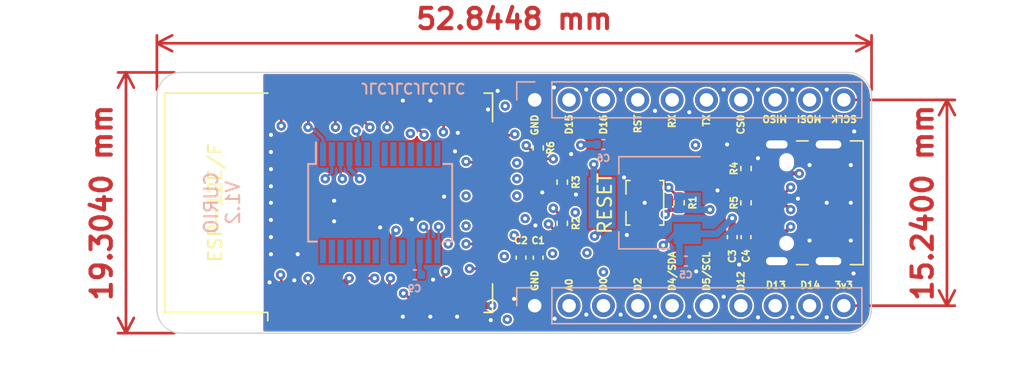
<source format=kicad_pcb>
(kicad_pcb (version 20221018) (generator pcbnew)
  (layers (0 "F.Cu" signal) (1 "In1.Cu" signal) (2 "In2.Cu" signal) (31 "B.Cu" signal) (34 "B.Paste" user) (35 "F.Paste" user) (36 "B.SilkS" user "B.Silkscreen") (37 "F.SilkS" user "F.Silkscreen") (38 "B.Mask" user) (39 "F.Mask" user) (44 "Edge.Cuts" user))
  (net 0 "")
  (net 1 "+5V")
  (net 2 "/CC1")
  (net 4 "CS0")
  (net 12 "USBD+")
  (net 13 "USBD-")
  (net 22 "DTR")
  (net 23 "RTS")
  (net 24 "GPIO16")
  (net 25 "GPIO14")
  (net 26 "+3V3")
  (net 27 "GPIO12")
  (net 28 "GPIO13")
  (net 29 "GPIO15")
  (net 30 "GPIO4")
  (net 31 "MISO")
  (net 32 "MOSI")
  (net 35 "SCLK")
  (net 36 "GND")
  (net 37 "GPIO5")
  (net 39 "/CC2")
  (net 41 "GPIO2")
  (net 42 "TX")
  (net 43 "RX")
  (net 44 "/VCCD")
  (net 45 "A0")
  (net 46 "/ADC")
  (footprint "RF_Module:ESP-12E" (layer "F.Cu") (at 156.972 77.216 90)
    (fp_text reference "U3" hide)
    (fp_text value "ESP-12E")
    (fp_line (start -8.12 -12.12) (end 8.12 -12.12) (stroke (width 0.12)) (layer "F.SilkS"))
    (fp_line (start -8.12 -4.5) (end -8.73 -4.5) (stroke (width 0.12)) (layer "F.SilkS"))
    (fp_line (start -8.12 -4.5) (end -8.12 -12.12) (stroke (width 0.12)) (layer "F.SilkS"))
    (fp_line (start -8.12 12.12) (end -8.12 11.5) (stroke (width 0.12)) (layer "F.SilkS"))
    (fp_line (start -6 12.12) (end -8.12 12.12) (stroke (width 0.12)) (layer "F.SilkS"))
    (fp_line (start 8.12 -12.12) (end 8.12 -4.5) (stroke (width 0.12)) (layer "F.SilkS"))
    (fp_line (start 8.12 11.5) (end 8.12 12.12) (stroke (width 0.12)) (layer "F.SilkS"))
    (fp_line (start 8.12 12.12) (end 6 12.12) (stroke (width 0.12)) (layer "F.SilkS"))
    (pad "1" smd rect (at -7.6 -3.5 90) (size 2.5 1) (layers "F.Cu" "F.Paste" "F.Mask") (net 23 "RTS"))
    (pad "2" smd rect (at -7.6 -1.5 90) (size 2.5 1) (layers "F.Cu" "F.Paste" "F.Mask") (net 46 "/ADC"))
    (pad "3" smd rect (at -7.6 0.5 90) (size 2.5 1) (layers "F.Cu" "F.Paste" "F.Mask") (net 26 "+3V3"))
    (pad "4" smd rect (at -7.6 2.5 90) (size 2.5 1) (layers "F.Cu" "F.Paste" "F.Mask") (net 24 "GPIO16"))
    (pad "5" smd rect (at -7.6 4.5 90) (size 2.5 1) (layers "F.Cu" "F.Paste" "F.Mask") (net 25 "GPIO14"))
    (pad "6" smd rect (at -7.6 6.5 90) (size 2.5 1) (layers "F.Cu" "F.Paste" "F.Mask") (net 27 "GPIO12"))
    (pad "7" smd rect (at -7.6 8.5 90) (size 2.5 1) (layers "F.Cu" "F.Paste" "F.Mask") (net 28 "GPIO13"))
    (pad "8" smd rect (at -7.6 10.5 90) (size 2.5 1) (layers "F.Cu" "F.Paste" "F.Mask") (net 26 "+3V3"))
    (pad "9" smd rect (at -5 12 90) (size 1 1.8) (layers "F.Cu" "F.Paste" "F.Mask") (net 4 "CS0"))
    (pad "10" smd rect (at -3 12 90) (size 1 1.8) (layers "F.Cu" "F.Paste" "F.Mask") (net 31 "MISO"))
    (pad "11" smd rect (at -1 12 90) (size 1 1.8) (layers "F.Cu" "F.Paste" "F.Mask"))
    (pad "12" smd rect (at 1 12 90) (size 1 1.8) (layers "F.Cu" "F.Paste" "F.Mask"))
    (pad "13" smd rect (at 3 12 90) (size 1 1.8) (layers "F.Cu" "F.Paste" "F.Mask") (net 32 "MOSI"))
    (pad "14" smd rect (at 5 12 90) (size 1 1.8) (layers "F.Cu" "F.Paste" "F.Mask") (net 35 "SCLK"))
    (pad "15" smd rect (at 7.6 10.5 90) (size 2.5 1) (layers "F.Cu" "F.Paste" "F.Mask") (net 36 "GND"))
    (pad "16" smd rect (at 7.6 8.5 90) (size 2.5 1) (layers "F.Cu" "F.Paste" "F.Mask") (net 29 "GPIO15"))
    (pad "17" smd rect (at 7.6 6.5 90) (size 2.5 1) (layers "F.Cu" "F.Paste" "F.Mask") (net 41 "GPIO2"))
    (pad "18" smd rect (at 7.6 4.5 90) (size 2.5 1) (layers "F.Cu" "F.Paste" "F.Mask") (net 22 "DTR"))
    (pad "19" smd rect (at 7.6 2.5 90) (size 2.5 1) (layers "F.Cu" "F.Paste" "F.Mask") (net 30 "GPIO4"))
    (pad "20" smd rect (at 7.6 0.5 90) (size 2.5 1) (layers "F.Cu" "F.Paste" "F.Mask") (net 37 "GPIO5"))
    (pad "21" smd rect (at 7.6 -1.5 90) (size 2.5 1) (layers "F.Cu" "F.Paste" "F.Mask") (net 42 "TX"))
    (pad "22" smd rect (at 7.6 -3.5 90) (size 2.5 1) (layers "F.Cu" "F.Paste" "F.Mask") (net 43 "RX"))
    (zone (net 0) (net_name "") (layers "*.Cu") (connect_pads (clearance 0)) (min_thickness 0.254)
      (keepout (tracks not_allowed) (vias not_allowed) (pads not_allowed) (copperpour not_allowed) (footprints not_allowed))
      (fill (thermal_gap 0.508) (thermal_bridge_width 0.508))
      (polygon (pts (xy 152.172 85.336) (xy 152.172 69.096) (xy 144.852 69.096) (xy 144.852 85.336)))
    )
  )
  (footprint "Button_Switch_SMD:SW_SPST_B3U-1100P" (layer "F.Cu") (at 179.5272 77.216 -90)
    (fp_text reference "SW1" hide)
    (fp_text value "RST" hide)
    (fp_line (start -1.65 -2.22) (end 1.65 -2.22) (stroke (width 0.12)) (layer "F.SilkS"))
    (fp_line (start -1.65 -1.93) (end -1.65 -2.22) (stroke (width 0.12)) (layer "F.SilkS"))
    (fp_line (start -1.65 0.28) (end -1.65 0.57) (stroke (width 0.12)) (layer "F.SilkS"))
    (fp_line (start -1.65 0.57) (end -0.65 0.57) (stroke (width 0.12)) (layer "F.SilkS"))
    (fp_line (start 1.65 -2.22) (end 1.65 -1.93) (stroke (width 0.12)) (layer "F.SilkS"))
    (fp_line (start 1.65 0.57) (end 0.65 0.57) (stroke (width 0.12)) (layer "F.SilkS"))
    (fp_line (start 1.65 0.57) (end 1.65 0.28) (stroke (width 0.12)) (layer "F.SilkS"))
    (pad "1" smd rect (at -1.7 -0.82 270) (size 0.9 1.7) (layers "F.Cu" "F.Paste" "F.Mask") (net 23 "RTS"))
    (pad "2" smd rect (at 1.7 -0.82 270) (size 0.9 1.7) (layers "F.Cu" "F.Paste" "F.Mask") (net 36 "GND"))
    (pad "3" smd rect (at 0 0.82 270) (size 0.8 1.1) (layers "F.Cu" "F.Paste" "F.Mask"))
  )
  (footprint "Resistor_SMD:R_0402_1005Metric" (layer "F.Cu") (at 174.244 75.692 90)
    (fp_text reference "R3" (at 0 1.016 90) (layer "F.SilkS") (effects (font (size 0.5 0.5) (thickness 0.125))))
    (fp_text value "100k")
    (fp_line (start -0.153641 -0.38) (end 0.153641 -0.38) (stroke (width 0.12)) (layer "F.SilkS"))
    (fp_line (start -0.153641 0.38) (end 0.153641 0.38) (stroke (width 0.12)) (layer "F.SilkS"))
    (pad "1" smd roundrect (at -0.51 0 90) (size 0.54 0.64) (layers "F.Cu" "F.Paste" "F.Mask") (net 46 "/ADC"))
    (pad "2" smd roundrect (at 0.51 0 90) (size 0.54 0.64) (layers "F.Cu" "F.Paste" "F.Mask") (net 36 "GND"))
  )
  (footprint "Capacitor_SMD:C_0402_1005Metric" (layer "F.Cu") (at 171.196 81.28 -90)
    (fp_text reference "C2" (at -1.27 0) (layer "F.SilkS") (effects (font (size 0.5 0.5) (thickness 0.125))))
    (fp_text value "10u")
    (fp_line (start -0.107836 -0.36) (end 0.107836 -0.36) (stroke (width 0.12)) (layer "F.SilkS"))
    (fp_line (start -0.107836 0.36) (end 0.107836 0.36) (stroke (width 0.12)) (layer "F.SilkS"))
    (pad "1" smd roundrect (at -0.48 0 270) (size 0.56 0.62) (layers "F.Cu" "F.Paste" "F.Mask") (net 26 "+3V3"))
    (pad "2" smd roundrect (at 0.48 0 270) (size 0.56 0.62) (layers "F.Cu" "F.Paste" "F.Mask") (net 36 "GND"))
  )
  (footprint "Resistor_SMD:R_0402_1005Metric" (layer "F.Cu") (at 172.466 73.152 90)
    (fp_text reference "R6" (at 0 0.9144 90) (layer "F.SilkS") (effects (font (size 0.5 0.5) (thickness 0.125))))
    (fp_text value "1k")
    (fp_line (start -0.153641 -0.38) (end 0.153641 -0.38) (stroke (width 0.12)) (layer "F.SilkS"))
    (fp_line (start -0.153641 0.38) (end 0.153641 0.38) (stroke (width 0.12)) (layer "F.SilkS"))
    (pad "1" smd roundrect (at -0.51 0 90) (size 0.54 0.64) (layers "F.Cu" "F.Paste" "F.Mask") (net 29 "GPIO15"))
    (pad "2" smd roundrect (at 0.51 0 90) (size 0.54 0.64) (layers "F.Cu" "F.Paste" "F.Mask") (net 36 "GND"))
  )
  (footprint "Resistor_SMD:R_0402_1005Metric" (layer "F.Cu") (at 182.88 77.216 90)
    (fp_text reference "R1" (at 0 1.016 90) (layer "F.SilkS") (effects (font (size 0.5 0.5) (thickness 0.125))))
    (fp_text value "1k")
    (fp_line (start -0.153641 -0.38) (end 0.153641 -0.38) (stroke (width 0.12)) (layer "F.SilkS"))
    (fp_line (start -0.153641 0.38) (end 0.153641 0.38) (stroke (width 0.12)) (layer "F.SilkS"))
    (pad "1" smd roundrect (at -0.51 0 90) (size 0.54 0.64) (layers "F.Cu" "F.Paste" "F.Mask") (net 26 "+3V3"))
    (pad "2" smd roundrect (at 0.51 0 90) (size 0.54 0.64) (layers "F.Cu" "F.Paste" "F.Mask") (net 23 "RTS"))
  )
  (footprint "Resistor_SMD:R_0402_1005Metric" (layer "F.Cu") (at 187.833 74.676 90)
    (fp_text reference "R4" (at 0 -0.889 90) (layer "F.SilkS") (effects (font (size 0.5 0.5) (thickness 0.125))))
    (fp_text value "5k1")
    (fp_line (start -0.153641 -0.38) (end 0.153641 -0.38) (stroke (width 0.12)) (layer "F.SilkS"))
    (fp_line (start -0.153641 0.38) (end 0.153641 0.38) (stroke (width 0.12)) (layer "F.SilkS"))
    (pad "1" smd roundrect (at -0.51 0 90) (size 0.54 0.64) (layers "F.Cu" "F.Paste" "F.Mask") (net 39 "/CC2"))
    (pad "2" smd roundrect (at 0.51 0 90) (size 0.54 0.64) (layers "F.Cu" "F.Paste" "F.Mask") (net 36 "GND"))
  )
  (footprint "Connector_USB:USB_C_Receptacle_JAE_DX07S016JA1R1500" (layer "F.Cu") (at 192.786 77.216 90)
    (fp_text reference "J1" hide)
    (fp_text value "USB_C_Receptacle_USB2.0")
    (fp_line (start -4.58 -1.215) (end -4.58 -0.36) (stroke (width 0.12)) (layer "F.SilkS"))
    (fp_line (start -4.58 2.76) (end -4.58 3.71) (stroke (width 0.12)) (layer "F.SilkS"))
    (fp_line (start -4.58 3.71) (end 4.58 3.71) (stroke (width 0.12)) (layer "F.SilkS"))
    (fp_line (start 4.58 -1.215) (end 4.58 -0.36) (stroke (width 0.12)) (layer "F.SilkS"))
    (fp_line (start 4.58 2.76) (end 4.58 3.71) (stroke (width 0.12)) (layer "F.SilkS"))
    (pad "" np_thru_hole circle (at -3 -1.95 90) (size 0.6 0.6) (drill 0.6) (layers "F&B.Cu" "*.Mask"))
    (pad "" smd rect (at -1.4 1.15 90) (size 1 2) (layers "F.Cu" "F.Paste" "F.Mask"))
    (pad "" smd rect (at 1.4 1.15 90) (size 1 2) (layers "F.Cu" "F.Paste" "F.Mask"))
    (pad "" np_thru_hole oval (at 3 -1.95 90) (size 0.85 0.6) (drill oval 0.85 0.6) (layers "F&B.Cu" "*.Mask"))
    (pad "A1" smd rect (at -3.1 -3.05 90) (size 0.52 1) (layers "F.Cu" "F.Paste" "F.Mask") (net 36 "GND"))
    (pad "A4" smd rect (at -2.35 -3.05 90) (size 0.52 1) (layers "F.Cu" "F.Paste" "F.Mask") (net 1 "+5V"))
    (pad "A5" smd rect (at -1.75 -3.05 90) (size 0.27 1) (layers "F.Cu" "F.Paste" "F.Mask") (net 2 "/CC1"))
    (pad "A6" smd rect (at -0.25 -3.05 90) (size 0.27 1) (layers "F.Cu" "F.Paste" "F.Mask") (net 12 "USBD+"))
    (pad "A7" smd rect (at 0.75 -3.05 90) (size 0.27 1) (layers "F.Cu" "F.Paste" "F.Mask") (net 13 "USBD-"))
    (pad "A8" smd rect (at 1.75 -3.05 90) (size 0.27 1) (layers "F.Cu" "F.Paste" "F.Mask"))
    (pad "A9" smd rect (at 2.35 -3.05 90) (size 0.52 1) (layers "F.Cu" "F.Paste" "F.Mask") (net 1 "+5V"))
    (pad "A12" smd rect (at 3.1 -3.05 90) (size 0.52 1) (layers "F.Cu" "F.Paste" "F.Mask") (net 36 "GND"))
    (pad "B1" smd rect (at 3.1 -3.05 90) (size 0.52 1) (layers "F.Cu" "F.Paste" "F.Mask") (net 36 "GND"))
    (pad "B4" smd rect (at 2.35 -3.05 90) (size 0.52 1) (layers "F.Cu" "F.Paste" "F.Mask") (net 1 "+5V"))
    (pad "B5" smd rect (at 1.25 -3.05 90) (size 0.27 1) (layers "F.Cu" "F.Paste" "F.Mask") (net 39 "/CC2"))
    (pad "B6" smd rect (at 0.25 -3.05 90) (size 0.27 1) (layers "F.Cu" "F.Paste" "F.Mask") (net 12 "USBD+"))
    (pad "B7" smd rect (at -0.75 -3.05 90) (size 0.27 1) (layers "F.Cu" "F.Paste" "F.Mask") (net 13 "USBD-"))
    (pad "B8" smd rect (at -1.25 -3.05 90) (size 0.27 1) (layers "F.Cu" "F.Paste" "F.Mask"))
    (pad "B9" smd rect (at -2.35 -3.05 90) (size 0.52 1) (layers "F.Cu" "F.Paste" "F.Mask") (net 1 "+5V"))
    (pad "B12" smd rect (at -3.1 -3.05 90) (size 0.52 1) (layers "F.Cu" "F.Paste" "F.Mask") (net 36 "GND"))
    (pad "S1" thru_hole oval (at -4.32 -2.675 90) (size 1.3 2.3) (drill oval 0.6 1.6) (layers "*.Cu" "*.Mask") (net 36 "GND"))
    (pad "S1" thru_hole oval (at -4.32 1.15 90) (size 1.3 2.6) (drill oval 0.6 1.9) (layers "*.Cu" "*.Mask") (net 36 "GND"))
    (pad "S1" thru_hole oval (at 4.32 -2.675 90) (size 1.3 2.3) (drill oval 0.6 1.6) (layers "*.Cu" "*.Mask") (net 36 "GND"))
    (pad "S1" thru_hole oval (at 4.32 1.15 90) (size 1.3 2.6) (drill oval 0.6 1.9) (layers "*.Cu" "*.Mask") (net 36 "GND"))
  )
  (footprint "Capacitor_SMD:C_0402_1005Metric" (layer "F.Cu") (at 172.466 81.28 -90)
    (fp_text reference "C1" (at -1.27 0) (layer "F.SilkS") (effects (font (size 0.5 0.5) (thickness 0.125))))
    (fp_text value "10n")
    (fp_line (start -0.107836 -0.36) (end 0.107836 -0.36) (stroke (width 0.12)) (layer "F.SilkS"))
    (fp_line (start -0.107836 0.36) (end 0.107836 0.36) (stroke (width 0.12)) (layer "F.SilkS"))
    (pad "1" smd roundrect (at -0.48 0 270) (size 0.56 0.62) (layers "F.Cu" "F.Paste" "F.Mask") (net 26 "+3V3"))
    (pad "2" smd roundrect (at 0.48 0 270) (size 0.56 0.62) (layers "F.Cu" "F.Paste" "F.Mask") (net 36 "GND"))
  )
  (footprint "Capacitor_SMD:C_0402_1005Metric" (layer "F.Cu") (at 187.833 79.756 -90)
    (fp_text reference "C4" (at 1.397 0 -270) (layer "F.SilkS") (effects (font (size 0.5 0.5) (thickness 0.125))))
    (fp_text value "0.1u")
    (fp_line (start -0.107836 -0.36) (end 0.107836 -0.36) (stroke (width 0.12)) (layer "F.SilkS"))
    (fp_line (start -0.107836 0.36) (end 0.107836 0.36) (stroke (width 0.12)) (layer "F.SilkS"))
    (pad "1" smd roundrect (at -0.48 0 270) (size 0.56 0.62) (layers "F.Cu" "F.Paste" "F.Mask") (net 1 "+5V"))
    (pad "2" smd roundrect (at 0.48 0 270) (size 0.56 0.62) (layers "F.Cu" "F.Paste" "F.Mask") (net 36 "GND"))
  )
  (footprint "Capacitor_SMD:C_0402_1005Metric" (layer "F.Cu") (at 186.817 79.756 -90)
    (fp_text reference "C3" (at 1.4224 0 -270) (layer "F.SilkS") (effects (font (size 0.5 0.5) (thickness 0.125))))
    (fp_text value "4.7u")
    (fp_line (start -0.107836 -0.36) (end 0.107836 -0.36) (stroke (width 0.12)) (layer "F.SilkS"))
    (fp_line (start -0.107836 0.36) (end 0.107836 0.36) (stroke (width 0.12)) (layer "F.SilkS"))
    (pad "1" smd roundrect (at -0.48 0 270) (size 0.56 0.62) (layers "F.Cu" "F.Paste" "F.Mask") (net 1 "+5V"))
    (pad "2" smd roundrect (at 0.48 0 270) (size 0.56 0.62) (layers "F.Cu" "F.Paste" "F.Mask") (net 36 "GND"))
  )
  (footprint "Resistor_SMD:R_0402_1005Metric" (layer "F.Cu") (at 174.244 78.74 90)
    (fp_text reference "R2" (at 0 1.016 90) (layer "F.SilkS") (effects (font (size 0.5 0.5) (thickness 0.125))))
    (fp_text value "220k")
    (fp_line (start -0.153641 -0.38) (end 0.153641 -0.38) (stroke (width 0.12)) (layer "F.SilkS"))
    (fp_line (start -0.153641 0.38) (end 0.153641 0.38) (stroke (width 0.12)) (layer "F.SilkS"))
    (pad "1" smd roundrect (at -0.51 0 90) (size 0.54 0.64) (layers "F.Cu" "F.Paste" "F.Mask") (net 45 "A0"))
    (pad "2" smd roundrect (at 0.51 0 90) (size 0.54 0.64) (layers "F.Cu" "F.Paste" "F.Mask") (net 46 "/ADC"))
  )
  (footprint "Resistor_SMD:R_0402_1005Metric" (layer "F.Cu") (at 187.833 77.216 90)
    (fp_text reference "R5" (at 0 -0.889 90) (layer "F.SilkS") (effects (font (size 0.5 0.5) (thickness 0.125))))
    (fp_text value "5k1")
    (fp_line (start -0.153641 -0.38) (end 0.153641 -0.38) (stroke (width 0.12)) (layer "F.SilkS"))
    (fp_line (start -0.153641 0.38) (end 0.153641 0.38) (stroke (width 0.12)) (layer "F.SilkS"))
    (pad "1" smd roundrect (at -0.51 0 90) (size 0.54 0.64) (layers "F.Cu" "F.Paste" "F.Mask") (net 2 "/CC1"))
    (pad "2" smd roundrect (at 0.51 0 90) (size 0.54 0.64) (layers "F.Cu" "F.Paste" "F.Mask") (net 36 "GND"))
  )
  (footprint "Package_TO_SOT_SMD:SOT-223-3_TabPin2" (layer "B.Cu") (at 180.34 77.216 180)
    (fp_text reference "U4" hide)
    (fp_text value "NCP1117-3.3_SOT223")
    (fp_line (start -4.1 3.41) (end 1.91 3.41) (stroke (width 0.12)) (layer "B.SilkS"))
    (fp_line (start -1.85 -3.41) (end 1.91 -3.41) (stroke (width 0.12)) (layer "B.SilkS"))
    (fp_line (start 1.91 -3.41) (end 1.91 -2.15) (stroke (width 0.12)) (layer "B.SilkS"))
    (fp_line (start 1.91 3.41) (end 1.91 2.15) (stroke (width 0.12)) (layer "B.SilkS"))
    (pad "1" smd rect (at -3.15 2.3 180) (size 2 1.5) (layers "B.Cu" "B.Paste" "B.Mask") (net 36 "GND"))
    (pad "2" smd rect (at -3.15 0 180) (size 2 1.5) (layers "B.Cu" "B.Paste" "B.Mask") (net 26 "+3V3"))
    (pad "2" smd rect (at 3.15 0 180) (size 2 3.8) (layers "B.Cu" "B.Paste" "B.Mask") (net 26 "+3V3"))
    (pad "3" smd rect (at -3.15 -2.3 180) (size 2 1.5) (layers "B.Cu" "B.Paste" "B.Mask") (net 1 "+5V"))
  )
  (footprint "Connector_PinHeader_2.54mm:PinHeader_1x10_P2.54mm_Vertical" (layer "B.Cu") (at 172.212 69.596 -90)
    (fp_text reference "J3" hide)
    (fp_text value "Conn_01x10")
    (fp_line (start -1.33 -24.19) (end 1.33 -24.19) (stroke (width 0.12)) (layer "B.SilkS"))
    (fp_line (start -1.33 -1.27) (end -1.33 -24.19) (stroke (width 0.12)) (layer "B.SilkS"))
    (fp_line (start -1.33 -1.27) (end 1.33 -1.27) (stroke (width 0.12)) (layer "B.SilkS"))
    (fp_line (start -1.33 0) (end -1.33 1.33) (stroke (width 0.12)) (layer "B.SilkS"))
    (fp_line (start -1.33 1.33) (end 0 1.33) (stroke (width 0.12)) (layer "B.SilkS"))
    (fp_line (start 1.33 -1.27) (end 1.33 -24.19) (stroke (width 0.12)) (layer "B.SilkS"))
    (pad "1" thru_hole rect (at 0 0 270) (size 1.7 1.7) (drill 1) (layers "*.Cu" "*.Mask") (net 36 "GND"))
    (pad "2" thru_hole oval (at 0 -2.54 270) (size 1.7 1.7) (drill 1) (layers "*.Cu" "*.Mask") (net 29 "GPIO15"))
    (pad "3" thru_hole oval (at 0 -5.08 270) (size 1.7 1.7) (drill 1) (layers "*.Cu" "*.Mask") (net 24 "GPIO16"))
    (pad "4" thru_hole oval (at 0 -7.62 270) (size 1.7 1.7) (drill 1) (layers "*.Cu" "*.Mask") (net 23 "RTS"))
    (pad "5" thru_hole oval (at 0 -10.16 270) (size 1.7 1.7) (drill 1) (layers "*.Cu" "*.Mask") (net 42 "TX"))
    (pad "6" thru_hole oval (at 0 -12.7 270) (size 1.7 1.7) (drill 1) (layers "*.Cu" "*.Mask") (net 43 "RX"))
    (pad "7" thru_hole oval (at 0 -15.24 270) (size 1.7 1.7) (drill 1) (layers "*.Cu" "*.Mask") (net 4 "CS0"))
    (pad "8" thru_hole oval (at 0 -17.78 270) (size 1.7 1.7) (drill 1) (layers "*.Cu" "*.Mask") (net 31 "MISO"))
    (pad "9" thru_hole oval (at 0 -20.32 270) (size 1.7 1.7) (drill 1) (layers "*.Cu" "*.Mask") (net 32 "MOSI"))
    (pad "10" thru_hole oval (at 0 -22.86 270) (size 1.7 1.7) (drill 1) (layers "*.Cu" "*.Mask") (net 35 "SCLK"))
  )
  (footprint "Connector_PinHeader_2.54mm:PinHeader_1x10_P2.54mm_Vertical" (layer "B.Cu") (at 172.212 84.836 -90)
    (fp_text reference "J2" hide)
    (fp_text value "Conn_01x10")
    (fp_line (start -1.33 -24.19) (end 1.33 -24.19) (stroke (width 0.12)) (layer "B.SilkS"))
    (fp_line (start -1.33 -1.27) (end -1.33 -24.19) (stroke (width 0.12)) (layer "B.SilkS"))
    (fp_line (start -1.33 -1.27) (end 1.33 -1.27) (stroke (width 0.12)) (layer "B.SilkS"))
    (fp_line (start -1.33 0) (end -1.33 1.33) (stroke (width 0.12)) (layer "B.SilkS"))
    (fp_line (start -1.33 1.33) (end 0 1.33) (stroke (width 0.12)) (layer "B.SilkS"))
    (fp_line (start 1.33 -1.27) (end 1.33 -24.19) (stroke (width 0.12)) (layer "B.SilkS"))
    (pad "1" thru_hole rect (at 0 0 270) (size 1.7 1.7) (drill 1) (layers "*.Cu" "*.Mask") (net 36 "GND"))
    (pad "2" thru_hole oval (at 0 -2.54 270) (size 1.7 1.7) (drill 1) (layers "*.Cu" "*.Mask") (net 45 "A0"))
    (pad "3" thru_hole oval (at 0 -5.08 270) (size 1.7 1.7) (drill 1) (layers "*.Cu" "*.Mask") (net 22 "DTR"))
    (pad "4" thru_hole oval (at 0 -7.62 270) (size 1.7 1.7) (drill 1) (layers "*.Cu" "*.Mask") (net 41 "GPIO2"))
    (pad "5" thru_hole oval (at 0 -10.16 270) (size 1.7 1.7) (drill 1) (layers "*.Cu" "*.Mask") (net 30 "GPIO4"))
    (pad "6" thru_hole oval (at 0 -12.7 270) (size 1.7 1.7) (drill 1) (layers "*.Cu" "*.Mask") (net 37 "GPIO5"))
    (pad "7" thru_hole oval (at 0 -15.24 270) (size 1.7 1.7) (drill 1) (layers "*.Cu" "*.Mask") (net 27 "GPIO12"))
    (pad "8" thru_hole oval (at 0 -17.78 270) (size 1.7 1.7) (drill 1) (layers "*.Cu" "*.Mask") (net 28 "GPIO13"))
    (pad "9" thru_hole oval (at 0 -20.32 270) (size 1.7 1.7) (drill 1) (layers "*.Cu" "*.Mask") (net 25 "GPIO14"))
    (pad "10" thru_hole oval (at 0 -22.86 270) (size 1.7 1.7) (drill 1) (layers "*.Cu" "*.Mask") (net 26 "+3V3"))
  )
  (footprint "Capacitor_SMD:C_0402_1005Metric" (layer "B.Cu") (at 163.35 82.55 180)
    (fp_text reference "C9" (at 0.028 -1.016) (layer "B.SilkS") (effects (font (size 0.5 0.5) (thickness 0.125)) (justify mirror)))
    (fp_text value "1u")
    (fp_line (start -0.107836 -0.36) (end 0.107836 -0.36) (stroke (width 0.12)) (layer "B.SilkS"))
    (fp_line (start -0.107836 0.36) (end 0.107836 0.36) (stroke (width 0.12)) (layer "B.SilkS"))
    (pad "1" smd roundrect (at -0.48 0 180) (size 0.56 0.62) (layers "B.Cu" "B.Paste" "B.Mask") (net 44 "/VCCD"))
    (pad "2" smd roundrect (at 0.48 0 180) (size 0.56 0.62) (layers "B.Cu" "B.Paste" "B.Mask") (net 36 "GND"))
  )
  (footprint "Capacitor_SMD:C_0402_1005Metric" (layer "B.Cu") (at 183.388 81.534)
    (fp_text reference "C5" (at 0 1.016) (layer "B.SilkS") (effects (font (size 0.5 0.5) (thickness 0.125)) (justify mirror)))
    (fp_text value "10u")
    (fp_line (start -0.107836 -0.36) (end 0.107836 -0.36) (stroke (width 0.12)) (layer "B.SilkS"))
    (fp_line (start -0.107836 0.36) (end 0.107836 0.36) (stroke (width 0.12)) (layer "B.SilkS"))
    (pad "1" smd roundrect (at -0.48 0) (size 0.56 0.62) (layers "B.Cu" "B.Paste" "B.Mask") (net 1 "+5V"))
    (pad "2" smd roundrect (at 0.48 0) (size 0.56 0.62) (layers "B.Cu" "B.Paste" "B.Mask") (net 36 "GND"))
  )
  (footprint "Capacitor_SMD:C_0402_1005Metric" (layer "B.Cu") (at 177.292 72.898)
    (fp_text reference "C6" (at 0 1.016) (layer "B.SilkS") (effects (font (size 0.5 0.5) (thickness 0.125)) (justify mirror)))
    (fp_text value "10u")
    (fp_line (start -0.107836 -0.36) (end 0.107836 -0.36) (stroke (width 0.12)) (layer "B.SilkS"))
    (fp_line (start -0.107836 0.36) (end 0.107836 0.36) (stroke (width 0.12)) (layer "B.SilkS"))
    (pad "1" smd roundrect (at -0.48 0) (size 0.56 0.62) (layers "B.Cu" "B.Paste" "B.Mask") (net 26 "+3V3"))
    (pad "2" smd roundrect (at 0.48 0) (size 0.56 0.62) (layers "B.Cu" "B.Paste" "B.Mask") (net 36 "GND"))
  )
  (footprint "Package_SO:SSOP-28_5.3x10.2mm_P0.65mm" (layer "B.Cu") (at 160.782 77.216 -90)
    (fp_text reference "U1" hide)
    (fp_text value "CY7C65213-28PVXI")
    (fp_line (start -2.875 -5.325) (end -2.875 -4.675) (stroke (width 0.15)) (layer "B.SilkS"))
    (fp_line (start -2.875 -5.325) (end 2.875 -5.325) (stroke (width 0.15)) (layer "B.SilkS"))
    (fp_line (start -2.875 4.75) (end -4.475 4.75) (stroke (width 0.15)) (layer "B.SilkS"))
    (fp_line (start -2.875 5.325) (end -2.875 4.75) (stroke (width 0.15)) (layer "B.SilkS"))
    (fp_line (start -2.875 5.325) (end 2.875 5.325) (stroke (width 0.15)) (layer "B.SilkS"))
    (fp_line (start 2.875 -5.325) (end 2.875 -4.675) (stroke (width 0.15)) (layer "B.SilkS"))
    (fp_line (start 2.875 5.325) (end 2.875 4.675) (stroke (width 0.15)) (layer "B.SilkS"))
    (pad "1" smd rect (at -3.6 4.225 270) (size 1.75 0.45) (layers "B.Cu" "B.Paste" "B.Mask") (net 42 "TX"))
    (pad "2" smd rect (at -3.6 3.575 270) (size 1.75 0.45) (layers "B.Cu" "B.Paste" "B.Mask") (net 22 "DTR"))
    (pad "3" smd rect (at -3.6 2.925 270) (size 1.75 0.45) (layers "B.Cu" "B.Paste" "B.Mask") (net 23 "RTS"))
    (pad "4" smd rect (at -3.6 2.275 270) (size 1.75 0.45) (layers "B.Cu" "B.Paste" "B.Mask") (net 26 "+3V3"))
    (pad "5" smd rect (at -3.6 1.625 270) (size 1.75 0.45) (layers "B.Cu" "B.Paste" "B.Mask") (net 43 "RX"))
    (pad "6" smd rect (at -3.6 0.975 270) (size 1.75 0.45) (layers "B.Cu" "B.Paste" "B.Mask"))
    (pad "7" smd rect (at -3.6 0.325 270) (size 1.75 0.45) (layers "B.Cu" "B.Paste" "B.Mask") (net 36 "GND"))
    (pad "8" smd rect (at -3.6 -0.325 270) (size 1.75 0.45) (layers "B.Cu" "B.Paste" "B.Mask"))
    (pad "9" smd rect (at -3.6 -0.975 270) (size 1.75 0.45) (layers "B.Cu" "B.Paste" "B.Mask"))
    (pad "10" smd rect (at -3.6 -1.625 270) (size 1.75 0.45) (layers "B.Cu" "B.Paste" "B.Mask"))
    (pad "11" smd rect (at -3.6 -2.275 270) (size 1.75 0.45) (layers "B.Cu" "B.Paste" "B.Mask"))
    (pad "12" smd rect (at -3.6 -2.925 270) (size 1.75 0.45) (layers "B.Cu" "B.Paste" "B.Mask"))
    (pad "13" smd rect (at -3.6 -3.575 270) (size 1.75 0.45) (layers "B.Cu" "B.Paste" "B.Mask"))
    (pad "14" smd rect (at -3.6 -4.225 270) (size 1.75 0.45) (layers "B.Cu" "B.Paste" "B.Mask"))
    (pad "15" smd rect (at 3.6 -4.225 270) (size 1.75 0.45) (layers "B.Cu" "B.Paste" "B.Mask") (net 12 "USBD+"))
    (pad "16" smd rect (at 3.6 -3.575 270) (size 1.75 0.45) (layers "B.Cu" "B.Paste" "B.Mask") (net 13 "USBD-"))
    (pad "17" smd rect (at 3.6 -2.925 270) (size 1.75 0.45) (layers "B.Cu" "B.Paste" "B.Mask") (net 44 "/VCCD"))
    (pad "18" smd rect (at 3.6 -2.275 270) (size 1.75 0.45) (layers "B.Cu" "B.Paste" "B.Mask") (net 36 "GND"))
    (pad "19" smd rect (at 3.6 -1.625 270) (size 1.75 0.45) (layers "B.Cu" "B.Paste" "B.Mask"))
    (pad "20" smd rect (at 3.6 -0.975 270) (size 1.75 0.45) (layers "B.Cu" "B.Paste" "B.Mask") (net 1 "+5V"))
    (pad "21" smd rect (at 3.6 -0.325 270) (size 1.75 0.45) (layers "B.Cu" "B.Paste" "B.Mask") (net 36 "GND"))
    (pad "22" smd rect (at 3.6 0.325 270) (size 1.75 0.45) (layers "B.Cu" "B.Paste" "B.Mask"))
    (pad "23" smd rect (at 3.6 0.975 270) (size 1.75 0.45) (layers "B.Cu" "B.Paste" "B.Mask"))
    (pad "24" smd rect (at 3.6 1.625 270) (size 1.75 0.45) (layers "B.Cu" "B.Paste" "B.Mask"))
    (pad "25" smd rect (at 3.6 2.275 270) (size 1.75 0.45) (layers "B.Cu" "B.Paste" "B.Mask"))
    (pad "26" smd rect (at 3.6 2.925 270) (size 1.75 0.45) (layers "B.Cu" "B.Paste" "B.Mask"))
    (pad "27" smd rect (at 3.6 3.575 270) (size 1.75 0.45) (layers "B.Cu" "B.Paste" "B.Mask"))
    (pad "28" smd rect (at 3.6 4.225 270) (size 1.75 0.45) (layers "B.Cu" "B.Paste" "B.Mask"))
  )
  (gr_arc (start 195.326 67.564) (mid 196.59147 68.08025) (end 197.116764 69.342) (stroke (width 0.1)) (layer "Edge.Cuts"))
  (gr_line (start 144.272 85.09) (end 144.272 69.342) (stroke (width 0.1)) (layer "Edge.Cuts"))
  (gr_line (start 146.05 67.564) (end 195.326 67.564) (stroke (width 0.1)) (layer "Edge.Cuts"))
  (gr_arc (start 144.272 69.342) (mid 144.792764 68.084764) (end 146.05 67.564) (stroke (width 0.1)) (layer "Edge.Cuts"))
  (gr_arc (start 146.05 86.868) (mid 144.792764 86.347236) (end 144.272 85.09) (stroke (width 0.1)) (layer "Edge.Cuts"))
  (gr_line (start 195.326 86.868) (end 146.05 86.868) (stroke (width 0.1)) (layer "Edge.Cuts"))
  (gr_line (start 197.116764 69.342) (end 197.104 85.09) (stroke (width 0.1)) (layer "Edge.Cuts"))
  (gr_arc (start 197.104 85.09) (mid 196.583236 86.347236) (end 195.326 86.868) (stroke (width 0.1)) (layer "Edge.Cuts"))
  (gr_text "CURIO\nV1.2" (at 149.098 77.216 90) (layer "B.SilkS") (effects (font (size 1 1)) (justify mirror)))
  (gr_text "JLCJLCJLCJLC" (at 163.2204 68.7324 180) (layer "B.SilkS") (effects (font (size 0.75 0.75)) (justify mirror)))
  (gr_text "D13" (at 189.23 83.312) (layer "F.SilkS") (effects (font (size 0.5 0.5) (thickness 0.125)) (justify left)))
  (gr_text "SCLK" (at 194.056 70.993 180) (layer "F.SilkS") (effects (font (size 0.5 0.5) (thickness 0.125)) (justify right)))
  (gr_text "D14" (at 191.77 83.312) (layer "F.SilkS") (effects (font (size 0.5 0.5) (thickness 0.125)) (justify left)))
  (gr_text "D15" (at 174.752 70.612 90) (layer "F.SilkS") (effects (font (size 0.5 0.5) (thickness 0.125)) (justify right)))
  (gr_text "RST" (at 179.832 70.612 90) (layer "F.SilkS") (effects (font (size 0.5 0.5) (thickness 0.125)) (justify right)))
  (gr_text "GND" (at 172.212 70.612 90) (layer "F.SilkS") (effects (font (size 0.5 0.5) (thickness 0.125)) (justify right)))
  (gr_text "MISO" (at 188.976 70.993 180) (layer "F.SilkS") (effects (font (size 0.5 0.5) (thickness 0.125)) (justify right)))
  (gr_text "CS0" (at 187.452 70.612 90) (layer "F.SilkS") (effects (font (size 0.5 0.5) (thickness 0.125)) (justify right)))
  (gr_text "3v3" (at 194.31 83.312) (layer "F.SilkS") (effects (font (size 0.5 0.5) (thickness 0.125)) (justify left)))
  (gr_text "MOSI" (at 191.516 70.993 180) (layer "F.SilkS") (effects (font (size 0.5 0.5) (thickness 0.125)) (justify right)))
  (gr_text "GND" (at 172.212 83.82 90) (layer "F.SilkS") (effects (font (size 0.5 0.5) (thickness 0.125)) (justify left)))
  (gr_text "D4/SDA" (at 182.372 83.82 90) (layer "F.SilkS") (effects (font (size 0.5 0.5) (thickness 0.125)) (justify left)))
  (gr_text "D16" (at 177.292 70.612 90) (layer "F.SilkS") (effects (font (size 0.5 0.5) (thickness 0.125)) (justify right)))
  (gr_text "D12" (at 187.452 83.82 90) (layer "F.SilkS") (effects (font (size 0.5 0.5) (thickness 0.125)) (justify left)))
  (gr_text "A0" (at 174.752 83.82 90) (layer "F.SilkS") (effects (font (size 0.5 0.5) (thickness 0.125)) (justify left)))
  (gr_text "D2" (at 179.832 83.82 90) (layer "F.SilkS") (effects (font (size 0.5 0.5) (thickness 0.125)) (justify left)))
  (gr_text "D5/SCL" (at 184.912 83.82 90) (layer "F.SilkS") (effects (font (size 0.5 0.5) (thickness 0.125)) (justify left)))
  (gr_text "RX" (at 182.372 70.612 90) (layer "F.SilkS") (effects (font (size 0.5 0.5) (thickness 0.125)) (justify right)))
  (gr_text "TX" (at 184.912 70.612 90) (layer "F.SilkS") (effects (font (size 0.5 0.5) (thickness 0.125)) (justify right)))
  (gr_text "D0" (at 177.292 83.82 90) (layer "F.SilkS") (effects (font (size 0.5 0.5) (thickness 0.125)) (justify left)))
  (gr_text "RESET" (at 177.3936 77.2668 90) (layer "F.SilkS") (effects (font (size 1 1))))
  (gr_text "ESP-12E/F" (at 148.59 77.216 90) (layer "F.SilkS") (effects (font (size 1 1))))
  (dimension (type aligned) (layer "F.Cu") (pts (xy 195.072 69.596) (xy 195.072 84.836)) (height -7.62) (gr_text "15.2400 mm" (at 200.892 77.216 90) (layer "F.Cu") (effects (font (size 1.5 1.5) (thickness 0.3)))) (format (prefix "") (suffix "") (units 3) (units_format 1) (precision 4)) (style (thickness 0.2) (arrow_length 1.27) (text_position_mode 0) (extension_height 0.58642) (extension_offset 0.5) keep_text_aligned))
  (dimension (type aligned) (layer "F.Cu") (pts (xy 146.05 67.564) (xy 146.05 86.868)) (height 4.063999) (gr_text "19.3040 mm" (at 140.186001 77.216 90) (layer "F.Cu") (effects (font (size 1.5 1.5) (thickness 0.3)))) (format (prefix "") (suffix "") (units 3) (units_format 1) (precision 4)) (style (thickness 0.2) (arrow_length 1.27) (text_position_mode 0) (extension_height 0.58642) (extension_offset 0.5) keep_text_aligned))
  (dimension (type aligned) (layer "F.Cu") (pts (xy 144.272 69.342) (xy 197.116764 69.342)) (height -3.937) (gr_text "52.8448 mm" (at 170.694382 63.605) (layer "F.Cu") (effects (font (size 1.5 1.5) (thickness 0.3)))) (format (prefix "") (suffix "") (units 3) (units_format 1) (precision 4)) (style (thickness 0.2) (arrow_length 1.27) (text_position_mode 0) (extension_height 0.58642) (extension_offset 0.5) keep_text_aligned))
  (segment (start 189.911 75.041) (end 191.754 75.041) (width 0.3) (layer "F.Cu") (net 1))
  (segment (start 187.833 79.276) (end 186.817 79.276) (width 0.5) (layer "F.Cu") (net 1))
  (segment (start 189.736 74.866) (end 189.911 75.041) (width 0.3) (layer "F.Cu") (net 1))
  (segment (start 188.786 79.566) (end 189.736 79.566) (width 0.5) (layer "F.Cu") (net 1))
  (segment (start 188.496 79.276) (end 188.786 79.566) (width 0.5) (layer "F.Cu") (net 1))
  (segment (start 186.817 79.276) (end 186.817 78.359) (width 0.5) (layer "F.Cu") (net 1))
  (segment (start 189.736 79.566) (end 190.563 79.566) (width 0.3) (layer "F.Cu") (net 1))
  (segment (start 191.754 75.041) (end 191.77 75.057) (width 0.3) (layer "F.Cu") (net 1))
  (segment (start 190.563 79.566) (end 191.135 78.994) (width 0.3) (layer "F.Cu") (net 1))
  (segment (start 187.833 79.276) (end 188.496 79.276) (width 0.5) (layer "F.Cu") (net 1))
  (via (at 191.135 78.994) (size 0.7) (drill 0.3) (layers "F.Cu" "B.Cu") (net 1))
  (via (at 186.817 78.359) (size 0.7) (drill 0.3) (layers "F.Cu" "B.Cu") (net 1))
  (via (at 181.7116 80.3656) (size 0.7) (drill 0.3) (layers "F.Cu" "B.Cu") (net 1))
  (via (at 191.77 75.057) (size 0.7) (drill 0.3) (layers "F.Cu" "B.Cu") (net 1))
  (via (at 161.9504 79.248) (size 0.7) (drill 0.3) (layers "F.Cu" "B.Cu") (net 1))
  (via (at 169.9615 81.184021) (size 0.7) (drill 0.3) (layers "F.Cu" "B.Cu") (net 1))
  (segment (start 161.757 79.4414) (end 161.9504 79.248) (width 0.3) (layer "B.Cu") (net 1))
  (segment (start 182.5612 79.516) (end 181.7116 80.3656) (width 0.3) (layer "B.Cu") (net 1))
  (segment (start 185.66 79.516) (end 183.49 79.516) (width 0.5) (layer "B.Cu") (net 1))
  (segment (start 186.817 78.359) (end 185.66 79.516) (width 0.5) (layer "B.Cu") (net 1))
  (segment (start 182.908 80.098) (end 183.49 79.516) (width 0.5) (layer "B.Cu") (net 1))
  (segment (start 183.49 79.516) (end 182.5612 79.516) (width 0.3) (layer "B.Cu") (net 1))
  (segment (start 161.757 80.816) (end 161.757 79.4414) (width 0.3) (layer "B.Cu") (net 1))
  (segment (start 182.908 81.534) (end 182.908 80.098) (width 0.5) (layer "B.Cu") (net 1))
  (segment (start 189.736 78.966) (end 189.073 78.966) (width 0.2) (layer "F.Cu") (net 2))
  (segment (start 189.073 78.966) (end 187.833 77.726) (width 0.2) (layer "F.Cu") (net 2))
  (segment (start 168.8488 82.0928) (end 168.972 82.216) (width 0.2) (layer "F.Cu") (net 4))
  (segment (start 167.386 82.0928) (end 168.8488 82.0928) (width 0.2) (layer "F.Cu") (net 4))
  (via (at 170.8912 74.2696) (size 0.7) (drill 0.3) (layers "F.Cu" "B.Cu") (net 4))
  (via (at 165.8112 80.264) (size 0.7) (drill 0.3) (layers "F.Cu" "B.Cu") (net 4))
  (via (at 167.386 82.0928) (size 0.7) (drill 0.3) (layers "F.Cu" "B.Cu") (net 4))
  (via (at 171.5008 78.3844) (size 0.7) (drill 0.3) (layers "F.Cu" "B.Cu") (net 4))
  (via (at 184.0992 72.9488) (size 0.7) (drill 0.3) (layers "F.Cu" "B.Cu") (net 4))
  (segment (start 189.736 77.466) (end 189.736 76.966) (width 0.2) (layer "F.Cu") (net 12))
  (segment (start 190.877 77.466) (end 189.736 77.466) (width 0.2) (layer "F.Cu") (net 12))
  (segment (start 191.135 77.724) (end 190.877 77.466) (width 0.2) (layer "F.Cu") (net 12))
  (via (at 165.1 78.994) (size 0.7) (drill 0.3) (layers "F.Cu" "B.Cu") (net 12))
  (via (at 170.8912 76.708) (size 0.7) (drill 0.3) (layers "F.Cu" "B.Cu") (net 12))
  (via (at 191.135 77.724) (size 0.7) (drill 0.3) (layers "F.Cu" "B.Cu") (net 12))
  (segment (start 165.1 80.723) (end 165.007 80.816) (width 0.2) (layer "B.Cu") (net 12))
  (segment (start 165.1 78.994) (end 165.1 80.723) (width 0.2) (layer "B.Cu") (net 12))
  (segment (start 189.001 76.466) (end 188.936 76.531) (width 0.2) (layer "F.Cu") (net 13))
  (segment (start 189.001 77.966) (end 189.736 77.966) (width 0.2) (layer "F.Cu") (net 13))
  (segment (start 191.135 76.073) (end 190.742 76.466) (width 0.2) (layer "F.Cu") (net 13))
  (segment (start 189.736 76.466) (end 189.001 76.466) (width 0.2) (layer "F.Cu") (net 13))
  (segment (start 190.742 76.466) (end 189.736 76.466) (width 0.2) (layer "F.Cu") (net 13))
  (segment (start 188.936 76.531) (end 188.936 77.901) (width 0.2) (layer "F.Cu") (net 13))
  (segment (start 188.936 77.901) (end 189.001 77.966) (width 0.2) (layer "F.Cu") (net 13))
  (via (at 191.135 76.073) (size 0.7) (drill 0.3) (layers "F.Cu" "B.Cu") (net 13))
  (via (at 163.9824 78.994) (size 0.7) (drill 0.3) (layers "F.Cu" "B.Cu") (net 13))
  (via (at 170.8912 75.438) (size 0.7) (drill 0.3) (layers "F.Cu" "B.Cu") (net 13))
  (segment (start 164.357 79.3686) (end 163.9824 78.994) (width 0.2) (layer "B.Cu") (net 13))
  (segment (start 164.357 80.816) (end 164.357 79.3686) (width 0.2) (layer "B.Cu") (net 13))
  (segment (start 161.29 69.798) (end 161.472 69.616) (width 0.2) (layer "F.Cu") (net 22))
  (segment (start 161.29 71.628) (end 161.29 69.798) (width 0.2) (layer "F.Cu") (net 22))
  (via (at 156.718 75.438) (size 0.7) (drill 0.3) (layers "F.Cu" "B.Cu") (net 22))
  (via (at 177.292 82.3468) (size 0.7) (drill 0.3) (layers "F.Cu" "B.Cu") (net 22))
  (via (at 161.29 71.628) (size 0.7) (drill 0.3) (layers "F.Cu" "B.Cu") (net 22))
  (via (at 163.0172 72.0852) (size 0.7) (drill 0.3) (layers "F.Cu" "B.Cu") (net 22))
  (segment (start 156.718 75.438) (end 157.207 74.949) (width 0.2) (layer "B.Cu") (net 22))
  (segment (start 157.207 74.949) (end 157.207 73.616) (width 0.2) (layer "B.Cu") (net 22))
  (segment (start 182.88 76.706) (end 182.7369 76.706) (width 0.2) (layer "F.Cu") (net 23))
  (segment (start 153.472 82.606) (end 153.416 82.55) (width 0.2) (layer "F.Cu") (net 23))
  (segment (start 181.5469 75.516) (end 182.118 76.0871) (width 0.2) (layer "F.Cu") (net 23))
  (segment (start 182.7369 76.706) (end 182.118 76.0871) (width 0.2) (layer "F.Cu") (net 23))
  (segment (start 153.472 84.816) (end 153.472 82.606) (width 0.2) (layer "F.Cu") (net 23))
  (segment (start 180.3472 75.516) (end 181.5469 75.516) (width 0.2) (layer "F.Cu") (net 23))
  (via (at 182.118 76.0871) (size 0.7) (drill 0.3) (layers "F.Cu" "B.Cu") (net 23))
  (via (at 157.988 75.438) (size 0.7) (drill 0.3) (layers "F.Cu" "B.Cu") (net 23))
  (via (at 153.416 82.55) (size 0.7) (drill 0.3) (layers "F.Cu" "B.Cu") (net 23))
  (segment (start 157.857 75.307) (end 157.988 75.438) (width 0.2) (layer "B.Cu") (net 23))
  (segment (start 157.857 73.616) (end 157.857 75.307) (width 0.2) (layer "B.Cu") (net 23))
  (segment (start 159.472 82.9456) (end 159.6136 82.804) (width 0.2) (layer "F.Cu") (net 24))
  (segment (start 159.6136 82.804) (end 160.3756 82.804) (width 0.2) (layer "F.Cu") (net 24))
  (segment (start 159.472 84.816) (end 159.472 82.9456) (width 0.2) (layer "F.Cu") (net 24))
  (via (at 170.0276 70.0532) (size 0.7) (drill 0.3) (layers "F.Cu" "B.Cu") (net 24))
  (via (at 160.3756 82.804) (size 0.7) (drill 0.3) (layers "F.Cu" "B.Cu") (net 24))
  (segment (start 161.472 82.876) (end 161.472 84.816) (width 0.2) (layer "F.Cu") (net 25))
  (segment (start 161.544 82.804) (end 161.472 82.876) (width 0.2) (layer "F.Cu") (net 25))
  (via (at 161.544 82.804) (size 0.7) (drill 0.3) (layers "F.Cu" "B.Cu") (net 25))
  (segment (start 157.472 84.816) (end 157.472 83.828) (width 0.5) (layer "F.Cu") (net 26))
  (segment (start 171.196 80.137) (end 170.688 79.629) (width 0.5) (layer "F.Cu") (net 26))
  (segment (start 169.037 84.836) (end 167.492 84.836) (width 0.5) (layer "F.Cu") (net 26))
  (segment (start 167.492 84.836) (end 167.472 84.816) (width 0.5) (layer "F.Cu") (net 26))
  (segment (start 157.472 83.828) (end 158.496 82.804) (width 0.5) (layer "F.Cu") (net 26))
  (segment (start 171.196 80.8) (end 171.93 80.8) (width 0.5) (layer "F.Cu") (net 26))
  (segment (start 182.88 77.726) (end 182.2176 77.726) (width 0.3) (layer "F.Cu") (net 26))
  (segment (start 171.196 80.8) (end 171.196 80.137) (width 0.5) (layer "F.Cu") (net 26))
  (segment (start 171.93 80.8) (end 172.466 80.8) (width 0.5) (layer "F.Cu") (net 26))
  (segment (start 182.2176 77.726) (end 181.864 78.0796) (width 0.3) (layer "F.Cu") (net 26))
  (via (at 181.864 78.0796) (size 0.7) (drill 0.3) (layers "F.Cu" "B.Cu") (net 26))
  (via (at 176.5808 74.3712) (size 0.7) (drill 0.3) (layers "F.Cu" "B.Cu") (net 26))
  (via (at 169.037 84.836) (size 0.7) (drill 0.3) (layers "F.Cu" "B.Cu") (net 26))
  (via (at 170.688 79.629) (size 0.7) (drill 0.3) (layers "F.Cu" "B.Cu") (net 26))
  (via (at 158.496 82.804) (size 0.7) (drill 0.3) (layers "F.Cu" "B.Cu") (net 26))
  (via (at 176.6316 79.6875) (size 0.7) (drill 0.3) (layers "F.Cu" "B.Cu") (net 26))
  (via (at 175.6156 72.9488) (size 0.7) (drill 0.3) (layers "F.Cu" "B.Cu") (net 26))
  (via (at 159.258 75.438) (size 0.7) (drill 0.3) (layers "F.Cu" "B.Cu") (net 26))
  (via (at 185.166 77.724) (size 0.7) (drill 0.3) (layers "F.Cu" "B.Cu") (net 26))
  (segment (start 183.998 77.724) (end 183.49 77.216) (width 0.5) (layer "B.Cu") (net 26))
  (segment (start 159.258 75.438) (end 158.507 74.687) (width 0.3) (layer "B.Cu") (net 26))
  (segment (start 175.6664 72.898) (end 175.6156 72.9488) (width 0.5) (layer "B.Cu") (net 26))
  (segment (start 158.507 74.687) (end 158.507 73.616) (width 0.3) (layer "B.Cu") (net 26))
  (segment (start 176.812 72.898) (end 175.6664 72.898) (width 0.5) (layer "B.Cu") (net 26))
  (segment (start 185.166 77.724) (end 183.998 77.724) (width 0.5) (layer "B.Cu") (net 26))
  (segment (start 176.5808 76.6068) (end 177.19 77.216) (width 0.5) (layer "B.Cu") (net 26))
  (segment (start 177.19 77.216) (end 177.19 79.1291) (width 0.5) (layer "B.Cu") (net 26))
  (segment (start 176.5808 74.3712) (end 176.5808 76.6068) (width 0.5) (layer "B.Cu") (net 26))
  (segment (start 177.19 79.1291) (end 176.6316 79.6875) (width 0.5) (layer "B.Cu") (net 26))
  (segment (start 162.5776 83.9216) (end 163.472 84.816) (width 0.2) (layer "F.Cu") (net 27))
  (segment (start 162.5092 83.9216) (end 162.5776 83.9216) (width 0.2) (layer "F.Cu") (net 27))
  (via (at 170.18 85.852) (size 0.7) (drill 0.3) (layers "F.Cu" "B.Cu") (net 27))
  (via (at 162.5092 83.9216) (size 0.7) (drill 0.3) (layers "F.Cu" "B.Cu") (net 27))
  (segment (start 165.608 82.2965) (end 165.472 82.4325) (width 0.2) (layer "F.Cu") (net 28))
  (segment (start 165.472 82.4325) (end 165.472 84.816) (width 0.2) (layer "F.Cu") (net 28))
  (via (at 165.608 82.2965) (size 0.7) (drill 0.3) (layers "F.Cu" "B.Cu") (net 28))
  (segment (start 165.472 71.9672) (end 165.472 69.616) (width 0.2) (layer "F.Cu") (net 29))
  (segment (start 172.7688 73.9648) (end 172.466 73.662) (width 0.2) (layer "F.Cu") (net 29))
  (segment (start 172.267296 73.662) (end 171.578248 72.972952) (width 0.2) (layer "F.Cu") (net 29))
  (segment (start 173.5836 73.9648) (end 172.7688 73.9648) (width 0.2) (layer "F.Cu") (net 29))
  (segment (start 165.4556 71.9836) (end 165.472 71.9672) (width 0.2) (layer "F.Cu") (net 29))
  (segment (start 172.466 73.662) (end 172.267296 73.662) (width 0.2) (layer "F.Cu") (net 29))
  (via (at 173.5836 73.9648) (size 0.7) (drill 0.3) (layers "F.Cu" "B.Cu") (net 29))
  (via (at 165.4556 71.9836) (size 0.7) (drill 0.3) (layers "F.Cu" "B.Cu") (net 29))
  (via (at 171.578248 72.972952) (size 0.7) (drill 0.3) (layers "F.Cu" "B.Cu") (net 29))
  (segment (start 159.472 71.08) (end 160.02 71.628) (width 0.2) (layer "F.Cu") (net 30))
  (segment (start 159.472 69.616) (end 159.472 71.08) (width 0.2) (layer "F.Cu") (net 30))
  (via (at 176.0728 80.9244) (size 0.7) (drill 0.3) (layers "F.Cu" "B.Cu") (net 30))
  (via (at 173.5328 80.9752) (size 0.7) (drill 0.3) (layers "F.Cu" "B.Cu") (net 30))
  (via (at 167.132 78.9315) (size 0.7) (drill 0.3) (layers "F.Cu" "B.Cu") (net 30))
  (via (at 160.02 71.628) (size 0.7) (drill 0.3) (layers "F.Cu" "B.Cu") (net 30))
  (via (at 167.132 76.708) (size 0.7) (drill 0.3) (layers "F.Cu" "B.Cu") (net 30))
  (segment (start 168.924 80.264) (end 168.972 80.216) (width 0.2) (layer "F.Cu") (net 31))
  (segment (start 167.132 80.264) (end 168.924 80.264) (width 0.2) (layer "F.Cu") (net 31))
  (via (at 167.132 80.264) (size 0.7) (drill 0.3) (layers "F.Cu" "B.Cu") (net 31))
  (segment (start 168.972 74.216) (end 167.18 74.216) (width 0.2) (layer "F.Cu") (net 32))
  (segment (start 167.18 74.216) (end 167.132 74.168) (width 0.2) (layer "F.Cu") (net 32))
  (via (at 167.132 74.168) (size 0.7) (drill 0.3) (layers "F.Cu" "B.Cu") (net 32))
  (segment (start 170.862 72.216) (end 168.972 72.216) (width 0.2) (layer "F.Cu") (net 35))
  (via (at 170.7388 72.136) (size 0.7) (drill 0.3) (layers "F.Cu" "B.Cu") (net 35))
  (via (at 154.686 81.026) (size 0.7) (drill 0.3) (layers "F.Cu" "B.Cu") (net 36))
  (via (at 187.325 81.788) (size 0.7) (drill 0.3) (layers "F.Cu" "B.Cu") (net 36))
  (via (at 191.6684 76.9112) (size 0.7) (drill 0.3) (layers "F.Cu" "B.Cu") (net 36))
  (via (at 183.642 70.5104) (size 0.7) (drill 0.3) (layers "F.Cu" "B.Cu") (net 36))
  (via (at 193.802 68.834) (size 0.7) (drill 0.3) (layers "F.Cu" "B.Cu") (net 36))
  (via (at 163.1188 78.4352) (size 0.7) (drill 0.3) (layers "F.Cu" "B.Cu") (net 36))
  (via (at 181.102 70.4088) (size 0.7) (drill 0.3) (layers "F.Cu" "B.Cu") (net 36))
  (via (at 173.6344 68.6816) (size 0.7) (drill 0.3) (layers "F.Cu" "B.Cu") (net 36))
  (via (at 186.436 72.898) (size 0.7) (drill 0.3) (layers "F.Cu" "B.Cu") (net 36))
  (via (at 152.7048 77.216) (size 0.7) (drill 0.3) (layers "F.Cu" "B.Cu") (net 36))
  (via (at 168.7576 70.3072) (size 0.7) (drill 0.3) (layers "F.Cu" "B.Cu") (net 36))
  (via (at 166.5224 72.0344) (size 0.7) (drill 0.3) (layers "F.Cu" "B.Cu") (net 36))
  (via (at 152.7048 79.756) (size 0.7) (drill 0.3) (layers "F.Cu" "B.Cu") (net 36))
  (via (at 164.4904 69.6468) (size 0.7) (drill 0.3) (layers "F.Cu" "B.Cu") (net 36))
  (via (at 192.532 80.01) (size 0.7) (drill 0.3) (layers "F.Cu" "B.Cu") (net 36))
  (via (at 178.562 68.834) (size 0.7) (drill 0.3) (layers "F.Cu" "B.Cu") (net 36))
  (via (at 152.7048 74.7268) (size 0.7) (drill 0.3) (layers "F.Cu" "B.Cu") (net 36))
  (via (at 168.9608 85.9028) (size 0.7) (drill 0.3) (layers "F.Cu" "B.Cu") (net 36))
  (via (at 193.802 85.6996) (size 0.7) (drill 0.3) (layers "F.Cu" "B.Cu") (net 36))
  (via (at 195.7832 82.4484) (size 0.7) (drill 0.3) (layers "F.Cu" "B.Cu") (net 36))
  (via (at 152.7048 75.9968) (size 0.7) (drill 0.3) (layers "F.Cu" "B.Cu") (net 36))
  (via (at 188.722 68.834) (size 0.7) (drill 0.3) (layers "F.Cu" "B.Cu") (net 36))
  (via (at 152.6032 83.1088) (size 0.7) (drill 0.3) (layers "F.Cu" "B.Cu") (net 36))
  (via (at 152.7048 72.1868) (size 0.7) (drill 0.3) (layers "F.Cu" "B.Cu") (net 36))
  (via (at 165.5064 76.7588) (size 0.7) (drill 0.3) (layers "F.Cu" "B.Cu") (net 36))
  (via (at 162.4584 85.6488) (size 0.7) (drill 0.3) (layers "F.Cu" "B.Cu") (net 36))
  (via (at 188.722 73.914) (size 0.7) (drill 0.3) (layers "F.Cu" "B.Cu") (net 36))
  (via (at 185.7248 76.3016) (size 0.7) (drill 0.3) (layers "F.Cu" "B.Cu") (net 36))
  (via (at 191.262 85.6996) (size 0.7) (drill 0.3) (layers "F.Cu" "B.Cu") (net 36))
  (via (at 160.782 79.0448) (size 0.7) (drill 0.3) (layers "F.Cu" "B.Cu") (net 36))
  (via (at 152.7048 78.486) (size 0.7) (drill 0.3) (layers "F.Cu" "B.Cu") (net 36))
  (via (at 195.834 71.9328) (size 0.7) (drill 0.3) (layers "F.Cu" "B.Cu") (net 36))
  (via (at 172.769475 76.448702) (size 0.7) (drill 0.3) (layers "F.Cu" "B.Cu") (net 36))
  (via (at 173.6852 85.8012) (size 0.7) (drill 0.3) (layers "F.Cu" "B.Cu") (net 36))
  (via (at 176.022 85.4964) (size 0.7) (drill 0.3) (layers "F.Cu" "B.Cu") (net 36))
  (via (at 186.182 84.1756) (size 0.7) (drill 0.3) (layers "F.Cu" "B.Cu") (net 36))
  (via (at 180.34 77.216) (size 0.7) (drill 0.3) (layers "F.Cu" "B.Cu") (net 36))
  (via (at 162.4584 69.6468) (size 0.7) (drill 0.3) (layers "F.Cu" "B.Cu") (net 36))
  (via (at 191.262 68.834) (size 0.7) (drill 0.3) (layers "F.Cu" "B.Cu") (net 36))
  (via (at 178.816 75.3364) (size 0.7) (drill 0.3) (layers "F.Cu" "B.Cu") (net 36))
  (via (at 186.182 68.834) (size 0.7) (drill 0.3) (layers "F.Cu" "B.Cu") (net 36))
  (via (at 181.102 85.6488) (size 0.7) (drill 0.3) (layers "F.Cu" "B.Cu") (net 36))
  (via (at 166.4716 85.6488) (size 0.7) (drill 0.3) (layers "F.Cu" "B.Cu") (net 36))
  (via (at 175.26 76.6064) (size 0.7) (drill 0.3) (layers "F.Cu" "B.Cu") (net 36))
  (via (at 157.3784 77.0636) (size 0.7) (drill 0.3) (layers "F.Cu" "B.Cu") (net 36))
  (via (at 192.532 74.422) (size 0.7) (drill 0.3) (layers "F.Cu" "B.Cu") (net 36))
  (via (at 193.802 77.216) (size 0.7) (drill 0.3) (layers "F.Cu" "B.Cu") (net 36))
  (via (at 172.2628 78.8924) (size 0.7) (drill 0.3) (layers "F.Cu" "B.Cu") (net 36))
  (via (at 164.6936 82.9056) (size 0.7) (drill 0.3) (layers "F.Cu" "B.Cu") (net 36))
  (via (at 170.688 84.328) (size 0.7) (drill 0.3) (layers "F.Cu" "B.Cu") (net 36))
  (via (at 164.4904 85.6488) (size 0.7) (drill 0.3) (layers "F.Cu" "B.Cu") (net 36))
  (via (at 157.3784 78.5876) (size 0.7) (drill 0.3) (layers "F.Cu" "B.Cu") (net 36))
  (via (at 178.562 85.4964) (size 0.7) (drill 0.3) (layers "F.Cu" "B.Cu") (net 36))
  (via (at 166.3192 73.406) (size 0.7) (drill 0.3) (layers "F.Cu" "B.Cu") (net 36))
  (via (at 152.7048 81.026) (size 0.7) (drill 0.3) (layers "F.Cu" "B.Cu") (net 36))
  (via (at 176.022 68.834) (size 0.7) (drill 0.3) (layers "F.Cu" "B.Cu") (net 36))
  (via (at 154.432 82.9564) (size 0.7) (drill 0.3) (layers "F.Cu" "B.Cu") (net 36))
  (via (at 179.0192 79.6036) (size 0.7) (drill 0.3) (layers "F.Cu" "B.Cu") (net 36))
  (via (at 195.58 74.422) (size 0.7) (drill 0.3) (layers "F.Cu" "B.Cu") (net 36))
  (via (at 188.722 85.6996) (size 0.7) (drill 0.3) (layers "F.Cu" "B.Cu") (net 36))
  (via (at 184.15 82.296) (size 0.7) (drill 0.3) (layers "F.Cu" "B.Cu") (net 36))
  (via (at 183.642 85.6488) (size 0.7) (drill 0.3) (layers "F.Cu" "B.Cu") (net 36))
  (via (at 169.4688 68.9356) (size 0.7) (drill 0.3) (layers "F.Cu" "B.Cu") (net 36))
  (via (at 195.58 80.01) (size 0.7) (drill 0.3) (layers "F.Cu" "B.Cu") (net 36))
  (via (at 152.7048 73.4568) (size 0.7) (drill 0.3) (layers "F.Cu" "B.Cu") (net 36))
  (via (at 174.9044 73.6092) (size 0.7) (drill 0.3) (layers "F.Cu" "B.Cu") (net 36))
  (via (at 195.58 77.216) (size 0.7) (drill 0.3) (layers "F.Cu" "B.Cu") (net 36))
  (segment (start 157.472 71.62) (end 157.48 71.628) (width 0.2) (layer "F.Cu") (net 37))
  (segment (start 157.472 69.616) (end 157.472 71.62) (width 0.2) (layer "F.Cu") (net 37))
  (via (at 157.48 71.628) (size 0.7) (drill 0.3) (layers "F.Cu" "B.Cu") (net 37))
  (segment (start 188.613 75.966) (end 187.833 75.186) (width 0.2) (layer "F.Cu") (net 39))
  (segment (start 189.736 75.966) (end 188.613 75.966) (width 0.2) (layer "F.Cu") (net 39))
  (segment (start 164.0332 72.1868) (end 163.472 71.6256) (width 0.2) (layer "F.Cu") (net 41))
  (segment (start 163.472 71.6256) (end 163.472 69.616) (width 0.2) (layer "F.Cu") (net 41))
  (via (at 164.0332 72.1868) (size 0.7) (drill 0.3) (layers "F.Cu" "B.Cu") (net 41))
  (via (at 175.2092 77.9272) (size 0.7) (drill 0.3) (layers "F.Cu" "B.Cu") (net 41))
  (segment (start 155.472 71.604) (end 155.448 71.628) (width 0.2) (layer "F.Cu") (net 42))
  (segment (start 155.472 69.616) (end 155.472 71.604) (width 0.2) (layer "F.Cu") (net 42))
  (via (at 155.448 71.628) (size 0.7) (drill 0.3) (layers "F.Cu" "B.Cu") (net 42))
  (segment (start 156.557 72.483) (end 156.557 73.616) (width 0.2) (layer "B.Cu") (net 42))
  (segment (start 155.448 71.628) (end 155.702 71.628) (width 0.2) (layer "B.Cu") (net 42))
  (segment (start 155.702 71.628) (end 156.557 72.483) (width 0.2) (layer "B.Cu") (net 42))
  (segment (start 153.4668 69.6212) (end 153.472 69.616) (width 0.2) (layer "F.Cu") (net 43))
  (segment (start 153.4668 71.5264) (end 153.4668 69.6212) (width 0.2) (layer "F.Cu") (net 43))
  (via (at 159.004 71.882) (size 0.7) (drill 0.3) (layers "F.Cu" "B.Cu") (net 43))
  (via (at 153.4668 71.5264) (size 0.7) (drill 0.3) (layers "F.Cu" "B.Cu") (net 43))
  (segment (start 159.157 72.035) (end 159.157 73.616) (width 0.2) (layer "B.Cu") (net 43))
  (segment (start 159.004 71.882) (end 159.157 72.035) (width 0.2) (layer "B.Cu") (net 43))
  (segment (start 163.707 82.427) (end 163.83 82.55) (width 0.3) (layer "B.Cu") (net 44))
  (segment (start 163.707 80.816) (end 163.707 82.427) (width 0.3) (layer "B.Cu") (net 44))
  (segment (start 173.6872 79.25) (end 173.228 78.7908) (width 0.2) (layer "F.Cu") (net 45))
  (segment (start 174.244 79.25) (end 173.6872 79.25) (width 0.2) (layer "F.Cu") (net 45))
  (via (at 173.228 78.7908) (size 0.7) (drill 0.3) (layers "F.Cu" "B.Cu") (net 45))
  (segment (start 174.244 78.23) (end 174.244 76.202) (width 0.2) (layer "F.Cu") (net 46))
  (segment (start 174.244 78.23) (end 174.1912 78.23) (width 0.2) (layer "F.Cu") (net 46))
  (segment (start 155.472 82.828) (end 155.472 84.816) (width 0.2) (layer "F.Cu") (net 46))
  (segment (start 174.1912 78.23) (end 173.5836 77.6224) (width 0.2) (layer "F.Cu") (net 46))
  (segment (start 155.448 82.804) (end 155.472 82.828) (width 0.2) (layer "F.Cu") (net 46))
  (via (at 155.448 82.804) (size 0.7) (drill 0.3) (layers "F.Cu" "B.Cu") (net 46))
  (via (at 173.5836 77.6224) (size 0.7) (drill 0.3) (layers "F.Cu" "B.Cu") (net 46))
  (zone (net 36) (net_name "GND") (layer "F.Cu") (connect_pads yes (clearance 0.127)) (min_thickness 0.127) (fill yes (thermal_gap 0.508) (thermal_bridge_width 0.508))
    (polygon (pts (xy 197.059533 67.564) (xy 197.059533 86.868) (xy 152.146 86.868) (xy 152.146 67.564)))
  )
  (zone (net 36) (net_name "GND") (layer "B.Cu") (connect_pads yes (clearance 0.127)) (min_thickness 0.127) (fill yes (thermal_gap 0.508) (thermal_bridge_width 0.508))
    (polygon (pts (xy 197.104 67.564) (xy 197.104 86.868) (xy 152.190467 86.868) (xy 152.190467 67.564)))
  )
)
</source>
